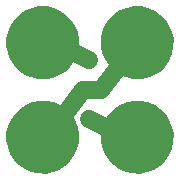
<source format=gts>
%TF.GenerationSoftware,KiCad,Pcbnew,4.0.5-e0-6337~49~ubuntu16.04.1*%
%TF.CreationDate,2017-01-18T13:46:43-08:00*%
%TF.ProjectId,2x2-Switch-Slide,3278322D5377697463682D536C696465,1.0*%
%TF.FileFunction,Soldermask,Top*%
%FSLAX46Y46*%
G04 Gerber Fmt 4.6, Leading zero omitted, Abs format (unit mm)*
G04 Created by KiCad (PCBNEW 4.0.5-e0-6337~49~ubuntu16.04.1) date Wed Jan 18 13:46:43 2017*
%MOMM*%
%LPD*%
G01*
G04 APERTURE LIST*
%ADD10C,0.350000*%
%ADD11C,1.500000*%
G04 APERTURE END LIST*
D10*
D11*
X139311400Y-95696200D02*
X135311400Y-93696200D01*
X140362200Y-98229600D02*
X143362200Y-94229600D01*
X139362200Y-98229600D02*
X140362200Y-98229600D01*
X138785800Y-98239400D02*
X135785800Y-102239400D01*
X139785800Y-98239400D02*
X138785800Y-98239400D01*
X143299200Y-102681200D02*
X139299200Y-100681200D01*
D10*
G36*
X135731510Y-99135447D02*
X136322455Y-99256751D01*
X136878598Y-99490532D01*
X137378734Y-99827878D01*
X137803821Y-100255943D01*
X138137666Y-100758421D01*
X138367556Y-101316176D01*
X138484664Y-101907614D01*
X138484664Y-101907624D01*
X138484731Y-101907963D01*
X138475110Y-102597016D01*
X138475033Y-102597354D01*
X138475033Y-102597362D01*
X138341457Y-103185301D01*
X138096085Y-103736416D01*
X137748337Y-104229378D01*
X137311462Y-104645409D01*
X136802100Y-104968661D01*
X136239654Y-105186819D01*
X135645547Y-105291576D01*
X135042403Y-105278942D01*
X134453200Y-105149397D01*
X133900382Y-104907877D01*
X133405007Y-104563582D01*
X132985937Y-104129623D01*
X132659138Y-103622530D01*
X132437056Y-103061614D01*
X132328155Y-102468258D01*
X132336577Y-101865041D01*
X132462006Y-101274947D01*
X132699659Y-100720458D01*
X133040491Y-100222688D01*
X133471512Y-99800600D01*
X133976313Y-99470268D01*
X134535659Y-99244277D01*
X135128245Y-99131236D01*
X135731510Y-99135447D01*
X135731510Y-99135447D01*
G37*
G36*
X143731510Y-99135447D02*
X144322455Y-99256751D01*
X144878598Y-99490532D01*
X145378734Y-99827878D01*
X145803821Y-100255943D01*
X146137666Y-100758421D01*
X146367556Y-101316176D01*
X146484664Y-101907614D01*
X146484664Y-101907624D01*
X146484731Y-101907963D01*
X146475110Y-102597016D01*
X146475033Y-102597354D01*
X146475033Y-102597362D01*
X146341457Y-103185301D01*
X146096085Y-103736416D01*
X145748337Y-104229378D01*
X145311462Y-104645409D01*
X144802100Y-104968661D01*
X144239654Y-105186819D01*
X143645547Y-105291576D01*
X143042403Y-105278942D01*
X142453200Y-105149397D01*
X141900382Y-104907877D01*
X141405007Y-104563582D01*
X140985937Y-104129623D01*
X140659138Y-103622530D01*
X140437056Y-103061614D01*
X140328155Y-102468258D01*
X140336577Y-101865041D01*
X140462006Y-101274947D01*
X140699659Y-100720458D01*
X141040491Y-100222688D01*
X141471512Y-99800600D01*
X141976313Y-99470268D01*
X142535659Y-99244277D01*
X143128245Y-99131236D01*
X143731510Y-99135447D01*
X143731510Y-99135447D01*
G37*
G36*
X139393654Y-100010264D02*
X139528351Y-100037914D01*
X139655124Y-100091205D01*
X139769127Y-100168101D01*
X139866023Y-100265675D01*
X139942120Y-100380211D01*
X139994522Y-100507347D01*
X140021163Y-100641895D01*
X140021163Y-100641905D01*
X140021230Y-100642244D01*
X140019037Y-100799309D01*
X140018961Y-100799643D01*
X140018961Y-100799656D01*
X139988573Y-100933408D01*
X139932643Y-101059028D01*
X139853375Y-101171397D01*
X139753792Y-101266229D01*
X139637685Y-101339913D01*
X139509479Y-101389640D01*
X139374058Y-101413519D01*
X139236573Y-101410638D01*
X139102267Y-101381109D01*
X138976254Y-101326056D01*
X138863339Y-101247578D01*
X138767815Y-101148659D01*
X138693322Y-101033069D01*
X138642698Y-100905208D01*
X138617876Y-100769961D01*
X138619795Y-100632461D01*
X138648387Y-100497951D01*
X138702556Y-100371562D01*
X138780251Y-100258093D01*
X138878497Y-100161883D01*
X138993564Y-100086585D01*
X139121065Y-100035071D01*
X139256138Y-100009305D01*
X139393654Y-100010264D01*
X139393654Y-100010264D01*
G37*
G36*
X139393654Y-97510264D02*
X139528351Y-97537914D01*
X139655124Y-97591205D01*
X139769127Y-97668101D01*
X139866023Y-97765675D01*
X139942120Y-97880211D01*
X139994522Y-98007347D01*
X140021163Y-98141895D01*
X140021163Y-98141905D01*
X140021230Y-98142244D01*
X140019037Y-98299309D01*
X140018961Y-98299643D01*
X140018961Y-98299656D01*
X139988573Y-98433408D01*
X139932643Y-98559028D01*
X139853375Y-98671397D01*
X139753792Y-98766229D01*
X139637685Y-98839913D01*
X139509479Y-98889640D01*
X139374058Y-98913519D01*
X139236573Y-98910638D01*
X139102267Y-98881109D01*
X138976254Y-98826056D01*
X138863339Y-98747578D01*
X138767815Y-98648659D01*
X138693322Y-98533069D01*
X138642698Y-98405208D01*
X138617876Y-98269961D01*
X138619795Y-98132461D01*
X138648387Y-97997951D01*
X138702556Y-97871562D01*
X138780251Y-97758093D01*
X138878497Y-97661883D01*
X138993564Y-97586585D01*
X139121065Y-97535071D01*
X139256138Y-97509305D01*
X139393654Y-97510264D01*
X139393654Y-97510264D01*
G37*
G36*
X135731510Y-91135447D02*
X136322455Y-91256751D01*
X136878598Y-91490532D01*
X137378734Y-91827878D01*
X137803821Y-92255943D01*
X138137666Y-92758421D01*
X138367556Y-93316176D01*
X138484664Y-93907614D01*
X138484664Y-93907624D01*
X138484731Y-93907963D01*
X138475110Y-94597016D01*
X138475033Y-94597354D01*
X138475033Y-94597362D01*
X138341457Y-95185301D01*
X138096085Y-95736416D01*
X137748337Y-96229378D01*
X137311462Y-96645409D01*
X136802100Y-96968661D01*
X136239654Y-97186819D01*
X135645547Y-97291576D01*
X135042403Y-97278942D01*
X134453200Y-97149397D01*
X133900382Y-96907877D01*
X133405007Y-96563582D01*
X132985937Y-96129623D01*
X132659138Y-95622530D01*
X132437056Y-95061614D01*
X132328155Y-94468258D01*
X132336577Y-93865041D01*
X132462006Y-93274947D01*
X132699659Y-92720458D01*
X133040491Y-92222688D01*
X133471512Y-91800600D01*
X133976313Y-91470268D01*
X134535659Y-91244277D01*
X135128245Y-91131236D01*
X135731510Y-91135447D01*
X135731510Y-91135447D01*
G37*
G36*
X143731510Y-91135447D02*
X144322455Y-91256751D01*
X144878598Y-91490532D01*
X145378734Y-91827878D01*
X145803821Y-92255943D01*
X146137666Y-92758421D01*
X146367556Y-93316176D01*
X146484664Y-93907614D01*
X146484664Y-93907624D01*
X146484731Y-93907963D01*
X146475110Y-94597016D01*
X146475033Y-94597354D01*
X146475033Y-94597362D01*
X146341457Y-95185301D01*
X146096085Y-95736416D01*
X145748337Y-96229378D01*
X145311462Y-96645409D01*
X144802100Y-96968661D01*
X144239654Y-97186819D01*
X143645547Y-97291576D01*
X143042403Y-97278942D01*
X142453200Y-97149397D01*
X141900382Y-96907877D01*
X141405007Y-96563582D01*
X140985937Y-96129623D01*
X140659138Y-95622530D01*
X140437056Y-95061614D01*
X140328155Y-94468258D01*
X140336577Y-93865041D01*
X140462006Y-93274947D01*
X140699659Y-92720458D01*
X141040491Y-92222688D01*
X141471512Y-91800600D01*
X141976313Y-91470268D01*
X142535659Y-91244277D01*
X143128245Y-91131236D01*
X143731510Y-91135447D01*
X143731510Y-91135447D01*
G37*
G36*
X139393654Y-95010264D02*
X139528351Y-95037914D01*
X139655124Y-95091205D01*
X139769127Y-95168101D01*
X139866023Y-95265675D01*
X139942120Y-95380211D01*
X139994522Y-95507347D01*
X140021163Y-95641895D01*
X140021163Y-95641905D01*
X140021230Y-95642244D01*
X140019037Y-95799309D01*
X140018961Y-95799643D01*
X140018961Y-95799656D01*
X139988573Y-95933408D01*
X139932643Y-96059028D01*
X139853375Y-96171397D01*
X139753792Y-96266229D01*
X139637685Y-96339913D01*
X139509479Y-96389640D01*
X139374058Y-96413519D01*
X139236573Y-96410638D01*
X139102267Y-96381109D01*
X138976254Y-96326056D01*
X138863339Y-96247578D01*
X138767815Y-96148659D01*
X138693322Y-96033069D01*
X138642698Y-95905208D01*
X138617876Y-95769961D01*
X138619795Y-95632461D01*
X138648387Y-95497951D01*
X138702556Y-95371562D01*
X138780251Y-95258093D01*
X138878497Y-95161883D01*
X138993564Y-95086585D01*
X139121065Y-95035071D01*
X139256138Y-95009305D01*
X139393654Y-95010264D01*
X139393654Y-95010264D01*
G37*
M02*

</source>
